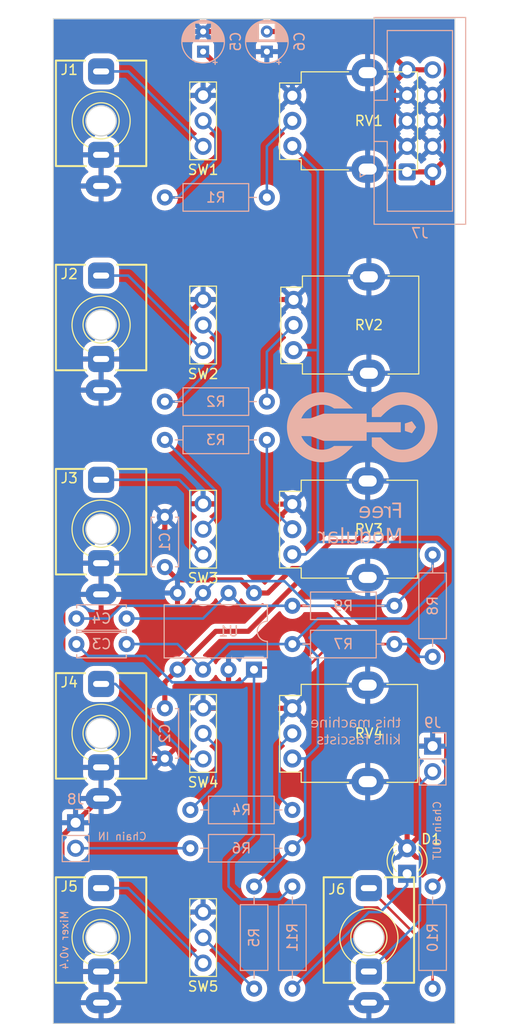
<source format=kicad_pcb>
(kicad_pcb (version 20221018) (generator pcbnew)
  (layers (0 "F.Cu" signal) (31 "B.Cu" signal) (34 "B.Paste" user) (35 "F.Paste" user) (36 "B.SilkS" user "B.Silkscreen") (37 "F.SilkS" user "F.Silkscreen") (38 "B.Mask" user) (39 "F.Mask" user) (44 "Edge.Cuts" user))
  (net 0 "")
  (net 1 "+12V")
  (net 2 "GND")
  (net 3 "-12V")
  (net 4 "Net-(U1A-+)")
  (net 5 "Net-(C3-Pad2)")
  (net 6 "Net-(U1B--)")
  (net 7 "Net-(C4-Pad2)")
  (net 8 "Net-(D1-K)")
  (net 9 "Net-(SW1-A)")
  (net 10 "Net-(SW2-A)")
  (net 11 "Net-(SW3-A)")
  (net 12 "Net-(SW4-A)")
  (net 13 "Net-(SW5-A)")
  (net 14 "Net-(J9-Pin_2)")
  (net 15 "Net-(J6-Pad3)")
  (net 16 "Net-(J8-Pin_2)")
  (net 17 "Net-(SW1-B)")
  (net 18 "Net-(R1-Pad2)")
  (net 19 "Net-(SW2-B)")
  (net 20 "Net-(R2-Pad2)")
  (net 21 "Net-(SW3-B)")
  (net 22 "Net-(R3-Pad2)")
  (net 23 "Net-(SW4-B)")
  (net 24 "Net-(R4-Pad2)")
  (net 25 "Net-(SW5-B)")
  (footprint "FreeModualr:Alpha_Potentiometer_Grounded" (layer "F.Cu") (at 80.01 33.06)
    (fp_text reference "RV1" (at 7.62 2.5 180) (layer "F.SilkS"))
    (fp_text value "R_Potentiometer")
    (pad "1" thru_hole circle (at 0 0 90) (size 1.8 1.8) (drill 1) (layers "*.Cu" "*.Mask") (net 2 "GND"))
    (pad "2" thru_hole circle (at 0 2.5 90) (size 1.8 1.8) (drill 1) (layers "*.Cu" "*.Mask") (net 18 "Net-(R1-Pad2)"))
    (pad "3" thru_hole circle (at 0 5 90) (size 1.8 1.8) (drill 1) (layers "*.Cu" "*.Mask") (net 4 "Net-(U1A-+)"))
    (pad "MP" thru_hole oval (at 7.5 -2.3 90) (size 2.72 3.24) (drill oval 1.1 1.8) (layers "*.Cu" "*.Mask") (net 2 "GND"))
    (pad "MP" thru_hole oval (at 7.5 7.3 90) (size 2.72 3.24) (drill oval 1.1 1.8) (layers "*.Cu" "*.Mask") (net 2 "GND"))
  )
  (footprint "FreeModualr:THONKICONN" (layer "F.Cu") (at 60.96 96.52)
    (fp_text reference "J4" (at -3.175 -5.08) (layer "F.SilkS"))
    (fp_text value "THONKICONN")
    (fp_circle (center 0 0) (end -1.5 0) (stroke (width 0.12)) (fill none) (layer "Edge.Cuts"))
    (pad "1" thru_hole oval (at 0 6.48) (size 3.1 2.1) (drill oval 1.6 0.6) (layers "*.Cu" "*.Mask") (net 2 "GND"))
    (pad "2" thru_hole roundrect (at 0 3.38) (size 2.6 2.6) (drill oval 1.6 0.6) (layers "*.Cu" "*.Mask") (net 2 "GND"))
    (pad "3" thru_hole roundrect (at 0 -4.92) (size 2.6 2.6) (drill oval 1.6 0.6) (layers "*.Cu" "*.Mask") (net 12 "Net-(SW4-A)"))
  )
  (footprint "FreeModualr:THONKICONN" (layer "F.Cu") (at 60.96 35.56)
    (fp_text reference "J1" (at -3.175 -5.08) (layer "F.SilkS"))
    (fp_text value "THONKICONN")
    (fp_circle (center 0 0) (end -1.5 0) (stroke (width 0.12)) (fill none) (layer "Edge.Cuts"))
    (pad "1" thru_hole oval (at 0 6.48) (size 3.1 2.1) (drill oval 1.6 0.6) (layers "*.Cu" "*.Mask") (net 2 "GND"))
    (pad "2" thru_hole roundrect (at 0 3.38) (size 2.6 2.6) (drill oval 1.6 0.6) (layers "*.Cu" "*.Mask") (net 2 "GND"))
    (pad "3" thru_hole roundrect (at 0 -4.92) (size 2.6 2.6) (drill oval 1.6 0.6) (layers "*.Cu" "*.Mask") (net 9 "Net-(SW1-A)"))
  )
  (footprint "FreeModualr:Alpha_Potentiometer_Grounded" (layer "F.Cu") (at 80.01 73.7)
    (fp_text reference "RV3" (at 7.62 2.5 180) (layer "F.SilkS"))
    (fp_text value "R_Potentiometer")
    (pad "1" thru_hole circle (at 0 0 90) (size 1.8 1.8) (drill 1) (layers "*.Cu" "*.Mask") (net 2 "GND"))
    (pad "2" thru_hole circle (at 0 2.5 90) (size 1.8 1.8) (drill 1) (layers "*.Cu" "*.Mask") (net 22 "Net-(R3-Pad2)"))
    (pad "3" thru_hole circle (at 0 5 90) (size 1.8 1.8) (drill 1) (layers "*.Cu" "*.Mask") (net 4 "Net-(U1A-+)"))
    (pad "MP" thru_hole oval (at 7.5 -2.3 90) (size 2.72 3.24) (drill oval 1.1 1.8) (layers "*.Cu" "*.Mask") (net 2 "GND"))
    (pad "MP" thru_hole oval (at 7.5 7.3 90) (size 2.72 3.24) (drill oval 1.1 1.8) (layers "*.Cu" "*.Mask") (net 2 "GND"))
  )
  (footprint "FreeModualr:Alpha_Potentiometer_Grounded" (layer "F.Cu") (at 80.01 94.02)
    (fp_text reference "RV4" (at 7.62 2.5 180) (layer "F.SilkS"))
    (fp_text value "R_Potentiometer")
    (pad "1" thru_hole circle (at 0 0 90) (size 1.8 1.8) (drill 1) (layers "*.Cu" "*.Mask") (net 2 "GND"))
    (pad "2" thru_hole circle (at 0 2.5 90) (size 1.8 1.8) (drill 1) (layers "*.Cu" "*.Mask") (net 24 "Net-(R4-Pad2)"))
    (pad "3" thru_hole circle (at 0 5 90) (size 1.8 1.8) (drill 1) (layers "*.Cu" "*.Mask") (net 4 "Net-(U1A-+)"))
    (pad "MP" thru_hole oval (at 7.5 -2.3 90) (size 2.72 3.24) (drill oval 1.1 1.8) (layers "*.Cu" "*.Mask") (net 2 "GND"))
    (pad "MP" thru_hole oval (at 7.5 7.3 90) (size 2.72 3.24) (drill oval 1.1 1.8) (layers "*.Cu" "*.Mask") (net 2 "GND"))
  )
  (footprint "FreeModualr:TAIWAY 200CWMSP1T3B4M2" (layer "F.Cu") (at 71.12 38.1 180)
    (fp_text reference "SW1" (at 0 -2.33) (layer "F.SilkS"))
    (fp_text value "TAIWAY 200CWMSP1T3B4M2")
    (pad "1" thru_hole circle (at 0 0 180) (size 1.7 1.7) (drill 1) (layers "*.Cu" "*.Mask") (net 9 "Net-(SW1-A)"))
    (pad "2" thru_hole oval (at 0 2.54 180) (size 1.7 1.7) (drill 1) (layers "*.Cu" "*.Mask") (net 17 "Net-(SW1-B)"))
    (pad "3" thru_hole oval (at 0 5.08 180) (size 1.7 1.7) (drill 1) (layers "*.Cu" "*.Mask") (net 2 "GND"))
  )
  (footprint "FreeModualr:Alpha_Potentiometer_Grounded" (layer "F.Cu") (at 80.13 53.38)
    (fp_text reference "RV2" (at 7.5 2.5 180) (layer "F.SilkS"))
    (fp_text value "R_Potentiometer")
    (pad "1" thru_hole circle (at 0 0 90) (size 1.8 1.8) (drill 1) (layers "*.Cu" "*.Mask") (net 2 "GND"))
    (pad "2" thru_hole circle (at 0 2.5 90) (size 1.8 1.8) (drill 1) (layers "*.Cu" "*.Mask") (net 20 "Net-(R2-Pad2)"))
    (pad "3" thru_hole circle (at 0 5 90) (size 1.8 1.8) (drill 1) (layers "*.Cu" "*.Mask") (net 4 "Net-(U1A-+)"))
    (pad "MP" thru_hole oval (at 7.5 -2.3 90) (size 2.72 3.24) (drill oval 1.1 1.8) (layers "*.Cu" "*.Mask") (net 2 "GND"))
    (pad "MP" thru_hole oval (at 7.5 7.3 90) (size 2.72 3.24) (drill oval 1.1 1.8) (layers "*.Cu" "*.Mask") (net 2 "GND"))
  )
  (footprint "FreeModualr:THONKICONN" (layer "F.Cu") (at 60.96 55.88)
    (fp_text reference "J2" (at -3.175 -5.08) (layer "F.SilkS"))
    (fp_text value "THONKICONN")
    (fp_circle (center 0 0) (end -1.5 0) (stroke (width 0.12)) (fill none) (layer "Edge.Cuts"))
    (pad "1" thru_hole oval (at 0 6.48) (size 3.1 2.1) (drill oval 1.6 0.6) (layers "*.Cu" "*.Mask") (net 2 "GND"))
    (pad "2" thru_hole roundrect (at 0 3.38) (size 2.6 2.6) (drill oval 1.6 0.6) (layers "*.Cu" "*.Mask") (net 2 "GND"))
    (pad "3" thru_hole roundrect (at 0 -4.92) (size 2.6 2.6) (drill oval 1.6 0.6) (layers "*.Cu" "*.Mask") (net 10 "Net-(SW2-A)"))
  )
  (footprint "FreeModualr:TAIWAY 200CWMSP1T3B4M2" (layer "F.Cu") (at 71.12 99.06 180)
    (fp_text reference "SW4" (at 0 -2.33) (layer "F.SilkS"))
    (fp_text value "TAIWAY 200CWMSP1T3B4M2")
    (pad "1" thru_hole circle (at 0 0 180) (size 1.7 1.7) (drill 1) (layers "*.Cu" "*.Mask") (net 12 "Net-(SW4-A)"))
    (pad "2" thru_hole oval (at 0 2.54 180) (size 1.7 1.7) (drill 1) (layers "*.Cu" "*.Mask") (net 23 "Net-(SW4-B)"))
    (pad "3" thru_hole oval (at 0 5.08 180) (size 1.7 1.7) (drill 1) (layers "*.Cu" "*.Mask") (net 2 "GND"))
  )
  (footprint "LED_THT:LED_D3.0mm" (layer "F.Cu") (at 91.44 110.49 90)
    (fp_text reference "D1" (at 3.451274 2.386656 180) (layer "F.SilkS"))
    (fp_text value "LED")
    (pad "1" thru_hole rect (at 0 0 90) (size 1.8 1.8) (drill 0.9) (layers "*.Cu" "*.Mask") (net 8 "Net-(D1-K)"))
    (pad "2" thru_hole circle (at 2.54 0 90) (size 1.8 1.8) (drill 0.9) (layers "*.Cu" "*.Mask") (net 2 "GND"))
  )
  (footprint "FreeModualr:TAIWAY 200CWMSP1T3B4M2" (layer "F.Cu") (at 71.12 119.38 180)
    (fp_text reference "SW5" (at 0 -2.33) (layer "F.SilkS"))
    (fp_text value "TAIWAY 200CWMSP1T3B4M2")
    (pad "1" thru_hole circle (at 0 0 180) (size 1.7 1.7) (drill 1) (layers "*.Cu" "*.Mask") (net 13 "Net-(SW5-A)"))
    (pad "2" thru_hole oval (at 0 2.54 180) (size 1.7 1.7) (drill 1) (layers "*.Cu" "*.Mask") (net 25 "Net-(SW5-B)"))
    (pad "3" thru_hole oval (at 0 5.08 180) (size 1.7 1.7) (drill 1) (layers "*.Cu" "*.Mask") (net 2 "GND"))
  )
  (footprint "FreeModualr:THONKICONN" (layer "F.Cu") (at 87.63 116.84)
    (fp_text reference "J6" (at -3.185451 -4.801459) (layer "F.SilkS"))
    (fp_text value "THONKICONN")
    (fp_circle (center 0 0) (end -1.5 0) (stroke (width 0.12)) (fill none) (layer "Edge.Cuts"))
    (pad "1" thru_hole oval (at 0 6.48) (size 3.1 2.1) (drill oval 1.6 0.6) (layers "*.Cu" "*.Mask") (net 2 "GND"))
    (pad "2" thru_hole roundrect (at 0 3.38) (size 2.6 2.6) (drill oval 1.6 0.6) (layers "*.Cu" "*.Mask") (net 14 "Net-(J9-Pin_2)"))
    (pad "3" thru_hole roundrect (at 0 -4.92) (size 2.6 2.6) (drill oval 1.6 0.6) (layers "*.Cu" "*.Mask") (net 15 "Net-(J6-Pad3)"))
  )
  (footprint "FreeModualr:THONKICONN" (layer "F.Cu") (at 60.96 76.2)
    (fp_text reference "J3" (at -3.175 -5.08) (layer "F.SilkS"))
    (fp_text value "THONKICONN")
    (fp_circle (center 0 0) (end -1.5 0) (stroke (width 0.12)) (fill none) (layer "Edge.Cuts"))
    (pad "1" thru_hole oval (at 0 6.48) (size 3.1 2.1) (drill oval 1.6 0.6) (layers "*.Cu" "*.Mask") (net 2 "GND"))
    (pad "2" thru_hole roundrect (at 0 3.38) (size 2.6 2.6) (drill oval 1.6 0.6) (layers "*.Cu" "*.Mask") (net 2 "GND"))
    (pad "3" thru_hole roundrect (at 0 -4.92) (size 2.6 2.6) (drill oval 1.6 0.6) (layers "*.Cu" "*.Mask") (net 11 "Net-(SW3-A)"))
  )
  (footprint "FreeModualr:TAIWAY 200CWMSP1T3B4M2" (layer "F.Cu") (at 71.12 58.42 180)
    (fp_text reference "SW2" (at 0 -2.33) (layer "F.SilkS"))
    (fp_text value "TAIWAY 200CWMSP1T3B4M2")
    (pad "1" thru_hole circle (at 0 0 180) (size 1.7 1.7) (drill 1) (layers "*.Cu" "*.Mask") (net 10 "Net-(SW2-A)"))
    (pad "2" thru_hole oval (at 0 2.54 180) (size 1.7 1.7) (drill 1) (layers "*.Cu" "*.Mask") (net 19 "Net-(SW2-B)"))
    (pad "3" thru_hole oval (at 0 5.08 180) (size 1.7 1.7) (drill 1) (layers "*.Cu" "*.Mask") (net 2 "GND"))
  )
  (footprint "FreeModualr:TAIWAY 200CWMSP1T3B4M2" (layer "F.Cu") (at 71.12 78.74 180)
    (fp_text reference "SW3" (at 0 -2.33) (layer "F.SilkS"))
    (fp_text value "TAIWAY 200CWMSP1T3B4M2")
    (pad "1" thru_hole circle (at 0 0 180) (size 1.7 1.7) (drill 1) (layers "*.Cu" "*.Mask") (net 11 "Net-(SW3-A)"))
    (pad "2" thru_hole oval (at 0 2.54 180) (size 1.7 1.7) (drill 1) (layers "*.Cu" "*.Mask") (net 21 "Net-(SW3-B)"))
    (pad "3" thru_hole oval (at 0 5.08 180) (size 1.7 1.7) (drill 1) (layers "*.Cu" "*.Mask") (net 2 "GND"))
  )
  (footprint "FreeModualr:THONKICONN" (layer "F.Cu") (at 60.96 116.84)
    (fp_text reference "J5" (at -3.175 -5.08) (layer "F.SilkS"))
    (fp_text value "THONKICONN")
    (fp_circle (center 0 0) (end -1.5 0) (stroke (width 0.12)) (fill none) (layer "Edge.Cuts"))
    (pad "1" thru_hole oval (at 0 6.48) (size 3.1 2.1) (drill oval 1.6 0.6) (layers "*.Cu" "*.Mask") (net 2 "GND"))
    (pad "2" thru_hole roundrect (at 0 3.38) (size 2.6 2.6) (drill oval 1.6 0.6) (layers "*.Cu" "*.Mask") (net 2 "GND"))
    (pad "3" thru_hole roundrect (at 0 -4.92) (size 2.6 2.6) (drill oval 1.6 0.6) (layers "*.Cu" "*.Mask") (net 13 "Net-(SW5-A)"))
  )
  (footprint "Resistor_THT:R_Axial_DIN0207_L6.3mm_D2.5mm_P10.16mm_Horizontal" (layer "B.Cu") (at 93.98 111.76 -90)
    (fp_text reference "R10" (at 5.08 0 90) (layer "B.SilkS") (effects (justify mirror)))
    (fp_text value "1kΩ")
    (pad "1" thru_hole circle (at 0 0 270) (size 1.6 1.6) (drill 0.8) (layers "*.Cu" "*.Mask") (net 7 "Net-(C4-Pad2)"))
    (pad "2" thru_hole oval (at 10.16 0 270) (size 1.6 1.6) (drill 0.8) (layers "*.Cu" "*.Mask") (net 15 "Net-(J6-Pad3)"))
  )
  (footprint "Capacitor_THT:C_Disc_D4.7mm_W2.5mm_P5.00mm" (layer "B.Cu") (at 63.5 87.63 180)
    (fp_text reference "C3" (at 2.5 0) (layer "B.SilkS") (effects (justify mirror)))
    (fp_text value "100pF")
    (pad "1" thru_hole circle (at 0 0 180) (size 1.6 1.6) (drill 0.8) (layers "*.Cu" "*.Mask") (net 4 "Net-(U1A-+)"))
    (pad "2" thru_hole circle (at 5 0 180) (size 1.6 1.6) (drill 0.8) (layers "*.Cu" "*.Mask") (net 5 "Net-(C3-Pad2)"))
  )
  (footprint "Connector_PinHeader_2.54mm:PinHeader_1x02_P2.54mm_Vertical" (layer "B.Cu") (at 93.98 97.79 180)
    (fp_text reference "J9" (at 0 2.33) (layer "B.SilkS") (effects (justify mirror)))
    (fp_text value "Conn_01x02_Socket")
    (pad "1" thru_hole rect (at 0 0 180) (size 1.7 1.7) (drill 1) (layers "*.Cu" "*.Mask") (net 2 "GND"))
    (pad "2" thru_hole oval (at 0 -2.54 180) (size 1.7 1.7) (drill 1) (layers "*.Cu" "*.Mask") (net 14 "Net-(J9-Pin_2)"))
  )
  (footprint "Resistor_THT:R_Axial_DIN0207_L6.3mm_D2.5mm_P10.16mm_Horizontal" (layer "B.Cu") (at 67.31 67.31)
    (fp_text reference "R3" (at 5.08 0) (layer "B.SilkS") (effects (justify mirror)))
    (fp_text value "100kΩ")
    (pad "1" thru_hole circle (at 0 0) (size 1.6 1.6) (drill 0.8) (layers "*.Cu" "*.Mask") (net 21 "Net-(SW3-B)"))
    (pad "2" thru_hole oval (at 10.16 0) (size 1.6 1.6) (drill 0.8) (layers "*.Cu" "*.Mask") (net 22 "Net-(R3-Pad2)"))
  )
  (footprint "Capacitor_THT:C_Disc_D4.7mm_W2.5mm_P5.00mm" (layer "B.Cu") (at 67.31 94.02 -90)
    (fp_text reference "C2" (at 2.5 0 90) (layer "B.SilkS") (effects (justify mirror)))
    (fp_text value "100nF")
    (pad "1" thru_hole circle (at 0 0 270) (size 1.6 1.6) (drill 0.8) (layers "*.Cu" "*.Mask") (net 3 "-12V"))
    (pad "2" thru_hole circle (at 5 0 270) (size 1.6 1.6) (drill 0.8) (layers "*.Cu" "*.Mask") (net 2 "GND"))
  )
  (footprint "Resistor_THT:R_Axial_DIN0207_L6.3mm_D2.5mm_P10.16mm_Horizontal" (layer "B.Cu") (at 69.85 104.14)
    (fp_text reference "R4" (at 5.08 0) (layer "B.SilkS") (effects (justify mirror)))
    (fp_text value "100kΩ")
    (pad "1" thru_hole circle (at 0 0) (size 1.6 1.6) (drill 0.8) (layers "*.Cu" "*.Mask") (net 23 "Net-(SW4-B)"))
    (pad "2" thru_hole oval (at 10.16 0) (size 1.6 1.6) (drill 0.8) (layers "*.Cu" "*.Mask") (net 24 "Net-(R4-Pad2)"))
  )
  (footprint "Resistor_THT:R_Axial_DIN0207_L6.3mm_D2.5mm_P10.16mm_Horizontal" (layer "B.Cu") (at 76.2 121.92 90)
    (fp_text reference "R5" (at 5.08 0 90) (layer "B.SilkS") (effects (justify mirror)))
    (fp_text value "100kΩ")
    (pad "1" thru_hole circle (at 0 0 90) (size 1.6 1.6) (drill 0.8) (layers "*.Cu" "*.Mask") (net 25 "Net-(SW5-B)"))
    (pad "2" thru_hole oval (at 10.16 0 90) (size 1.6 1.6) (drill 0.8) (layers "*.Cu" "*.Mask") (net 4 "Net-(U1A-+)"))
  )
  (footprint "Resistor_THT:R_Axial_DIN0207_L6.3mm_D2.5mm_P10.16mm_Horizontal" (layer "B.Cu") (at 93.98 88.9 90)
    (fp_text reference "R8" (at 5.08 0 90) (layer "B.SilkS") (effects (justify mirror)))
    (fp_text value "100kΩ")
    (pad "1" thru_hole circle (at 0 0 90) (size 1.6 1.6) (drill 0.8) (layers "*.Cu" "*.Mask") (net 5 "Net-(C3-Pad2)"))
    (pad "2" thru_hole oval (at 10.16 0 90) (size 1.6 1.6) (drill 0.8) (layers "*.Cu" "*.Mask") (net 6 "Net-(U1B--)"))
  )
  (footprint "Resistor_THT:R_Axial_DIN0207_L6.3mm_D2.5mm_P10.16mm_Horizontal" (layer "B.Cu") (at 90.17 83.82 180)
    (fp_text reference "R9" (at 5.08 0) (layer "B.SilkS") (effects (justify mirror)))
    (fp_text value "100kΩ")
    (pad "1" thru_hole circle (at 0 0 180) (size 1.6 1.6) (drill 0.8) (layers "*.Cu" "*.Mask") (net 6 "Net-(U1B--)"))
    (pad "2" thru_hole oval (at 10.16 0 180) (size 1.6 1.6) (drill 0.8) (layers "*.Cu" "*.Mask") (net 7 "Net-(C4-Pad2)"))
  )
  (footprint "Resistor_THT:R_Axial_DIN0207_L6.3mm_D2.5mm_P10.16mm_Horizontal" (layer "B.Cu") (at 67.31 63.5)
    (fp_text reference "R2" (at 5.08 0) (layer "B.SilkS") (effects (justify mirror)))
    (fp_text value "100kΩ")
    (pad "1" thru_hole circle (at 0 0) (size 1.6 1.6) (drill 0.8) (layers "*.Cu" "*.Mask") (net 19 "Net-(SW2-B)"))
    (pad "2" thru_hole oval (at 10.16 0) (size 1.6 1.6) (drill 0.8) (layers "*.Cu" "*.Mask") (net 20 "Net-(R2-Pad2)"))
  )
  (footprint "Package_DIP:DIP-8_W7.62mm" (layer "B.Cu") (at 76.19 90.17 90)
    (fp_text reference "U1" (at 3.81 -2.53 180) (layer "B.SilkS") (effects (justify mirror)))
    (fp_text value "Opamp_Dual")
    (pad "1" thru_hole rect (at 0 0 90) (size 1.6 1.6) (drill 0.8) (layers "*.Cu" "*.Mask") (net 5 "Net-(C3-Pad2)"))
    (pad "2" thru_hole oval (at 0 -2.54 90) (size 1.6 1.6) (drill 0.8) (layers "*.Cu" "*.Mask") (net 2 "GND"))
    (pad "3" thru_hole oval (at 0 -5.08 90) (size 1.6 1.6) (drill 0.8) (layers "*.Cu" "*.Mask") (net 4 "Net-(U1A-+)"))
    (pad "4" thru_hole oval (at 0 -7.62 90) (size 1.6 1.6) (drill 0.8) (layers "*.Cu" "*.Mask") (net 3 "-12V"))
    (pad "5" thru_hole oval (at 7.62 -7.62 90) (size 1.6 1.6) (drill 0.8) (layers "*.Cu" "*.Mask") (net 2 "GND"))
    (pad "6" thru_hole oval (at 7.62 -5.08 90) (size 1.6 1.6) (drill 0.8) (layers "*.Cu" "*.Mask") (net 6 "Net-(U1B--)"))
    (pad "7" thru_hole oval (at 7.62 -2.54 90) (size 1.6 1.6) (drill 0.8) (layers "*.Cu" "*.Mask") (net 7 "Net-(C4-Pad2)"))
    (pad "8" thru_hole oval (at 7.62 0 90) (size 1.6 1.6) (drill 0.8) (layers "*.Cu" "*.Mask") (net 1 "+12V"))
  )
  (footprint "Resistor_THT:R_Axial_DIN0207_L6.3mm_D2.5mm_P10.16mm_Horizontal" (layer "B.Cu") (at 67.31 43.18)
    (fp_text reference "R1" (at 5.08 0) (layer "B.SilkS") (effects (justify mirror)))
    (fp_text value "100kΩ")
    (pad "1" thru_hole circle (at 0 0) (size 1.6 1.6) (drill 0.8) (layers "*.Cu" "*.Mask") (net 17 "Net-(SW1-B)"))
    (pad "2" thru_hole oval (at 10.16 0) (size 1.6 1.6) (drill 0.8) (layers "*.Cu" "*.Mask") (net 18 "Net-(R1-Pad2)"))
  )
  (footprint "Resistor_THT:R_Axial_DIN0207_L6.3mm_D2.5mm_P10.16mm_Horizontal" (layer "B.Cu") (at 80.01 87.63)
    (fp_text reference "R7" (at 5.08 0) (layer "B.SilkS") (effects (justify mirror)))
    (fp_text value "100kΩ")
    (pad "1" thru_hole circle (at 0 0) (size 1.6 1.6) (drill 0.8) (layers "*.Cu" "*.Mask") (net 4 "Net-(U1A-+)"))
    (pad "2" thru_hole oval (at 10.16 0) (size 1.6 1.6) (drill 0.8) (layers "*.Cu" "*.Mask") (net 5 "Net-(C3-Pad2)"))
  )
  (footprint "Capacitor_THT:CP_Radial_D4.0mm_P2.00mm" (layer "B.Cu") (at 77.47 28.67 90)
    (fp_text reference "C6" (at 1 3.25 90) (layer "B.SilkS") (effects (justify mirror)))
    (fp_text value "10uF")
    (pad "1" thru_hole rect (at 0 0 90) (size 1.2 1.2) (drill 0.6) (layers "*.Cu" "*.Mask") (net 2 "GND"))
    (pad "2" thru_hole circle (at 2 0 90) (size 1.2 1.2) (drill 0.6) (layers "*.Cu" "*.Mask") (net 3 "-12V"))
  )
  (footprint "Capacitor_THT:CP_Radial_D4.0mm_P2.00mm" (layer "B.Cu") (at 71.12 28.67 90)
    (fp_text reference "C5" (at 1 3.25 90) (layer "B.SilkS") (effects (justify mirror)))
    (fp_text value "10uF")
    (pad "1" thru_hole rect (at 0 0 90) (size 1.2 1.2) (drill 0.6) (layers "*.Cu" "*.Mask") (net 1 "+12V"))
    (pad "2" thru_hole circle (at 2 0 90) (size 1.2 1.2) (drill 0.6) (layers "*.Cu" "*.Mask") (net 2 "GND"))
  )
  (footprint "Connector_IDC:IDC-Header_2x05_P2.54mm_Vertical" (layer "B.Cu") (at 91.44 40.64)
    (fp_text reference "J7" (at 1.27 6.1) (layer "B.SilkS") (effects (justify mirror)))
    (fp_text value "Eurorack_2x5_Power")
    (pad "1" thru_hole roundrect (at 0 0) (size 1.7 1.7) (drill 1) (layers "*.Cu" "*.Mask") (roundrect_rratio 0.147059) (net 3 "-12V"))
    (pad "2" thru_hole circle (at 2.54 0) (size 1.7 1.7) (drill 1) (layers "*.Cu" "*.Mask") (net 3 "-12V"))
    (pad "3" thru_hole circle (at 0 -2.54) (size 1.7 1.7) (drill 1) (layers "*.Cu" "*.Mask") (net 2 "GND"))
    (pad "4" thru_hole circle (at 2.54 -2.54) (size 1.7 1.7) (drill 1) (layers "*.Cu" "*.Mask") (net 2 "GND"))
    (pad "5" thru_hole circle (at 0 -5.08) (size 1.7 1.7) (drill 1) (layers "*.Cu" "*.Mask") (net 2 "GND"))
    (pad "6" thru_hole circle (at 2.54 -5.08) (size 1.7 1.7) (drill 1) (layers "*.Cu" "*.Mask") (net 2 "GND"))
    (pad "7" thru_hole circle (at 0 -7.62) (size 1.7 1.7) (drill 1) (layers "*.Cu" "*.Mask") (net 2 "GND"))
    (pad "8" thru_hole circle (at 2.54 -7.62) (size 1.7 1.7) (drill 1) (layers "*.Cu" "*.Mask") (net 2 "GND"))
    (pad "9" thru_hole circle (at 0 -10.16) (size 1.7 1.7) (drill 1) (layers "*.Cu" "*.Mask") (net 1 "+12V"))
    (pad "10" thru_hole circle (at 2.54 -10.16) (size 1.7 1.7) (drill 1) (layers "*.Cu" "*.Mask") (net 1 "+12V"))
  )
  (footprint "Connector_PinHeader_2.54mm:PinHeader_1x02_P2.54mm_Vertical" (layer "B.Cu") (at 58.42 105.41 180)
    (fp_text reference "J8" (at 0 2.33) (layer "B.SilkS") (effects (justify mirror)))
    (fp_text value "Conn_01x02_Socket")
    (pad "1" thru_hole rect (at 0 0 180) (size 1.7 1.7) (drill 1) (layers "*.Cu" "*.Mask") (net 2 "GND"))
    (pad "2" thru_hole oval (at 0 -2.54 180) (size 1.7 1.7) (drill 1) (layers "*.Cu" "*.Mask") (net 16 "Net-(J8-Pin_2)"))
  )
  (footprint "Resistor_THT:R_Axial_DIN0207_L6.3mm_D2.5mm_P10.16mm_Horizontal" (layer "B.Cu") (at 69.85 107.95)
    (fp_text reference "R6" (at 5.08 0) (layer "B.SilkS") (effects (justify mirror)))
    (fp_text value "100kΩ")
    (pad "1" thru_hole circle (at 0 0) (size 1.6 1.6) (drill 0.8) (layers "*.Cu" "*.Mask") (net 16 "Net-(J8-Pin_2)"))
    (pad "2" thru_hole oval (at 10.16 0) (size 1.6 1.6) (drill 0.8) (layers "*.Cu" "*.Mask") (net 4 "Net-(U1A-+)"))
  )
  (footprint "Capacitor_THT:C_Disc_D4.7mm_W2.5mm_P5.00mm" (layer "B.Cu") (at 58.5 85.09)
    (fp_text reference "C4" (at 2.5 0) (layer "B.SilkS") (effects (justify mirror)))
    (fp_text value "100pF")
    (pad "1" thru_hole circle (at 0 0) (size 1.6 1.6) (drill 0.8) (layers "*.Cu" "*.Mask") (net 6 "Net-(U1B--)"))
    (pad "2" thru_hole circle (at 5 0) (size 1.6 1.6) (drill 0.8) (layers "*.Cu" "*.Mask") (net 7 "Net-(C4-Pad2)"))
  )
  (footprint "FreeModualr:logo" (layer "B.Cu") (at 87.026144 66.055091 180)
    (fp_text reference "G***" hide)
    (fp_text value "LOGO" hide)
  )
  (footprint "Resistor_THT:R_Axial_DIN0207_L6.3mm_D2.5mm_P10.16mm_Horizontal" (layer "B.Cu") (at 80.01 121.92 90)
    (fp_text reference "R11" (at 5.08 0 90) (layer "B.SilkS") (effects (justify mirror)))
    (fp_text value "470Ω")
    (pad "1" thru_hole circle (at 0 0 90) (size 1.6 1.6) (drill 0.8) (layers "*.Cu" "*.Mask") (net 8 "Net-(D1-K)"))
    (pad "2" thru_hole oval (at 10.16 0 90) (size 1.6 1.6) (drill 0.8) (layers "*.Cu" "*.Mask") (net 5 "Net-(C3-Pad2)"))
  )
  (footprint "Capacitor_THT:C_Disc_D4.7mm_W2.5mm_P5.00mm" (layer "B.Cu") (at 67.31 79.97 90)
    (fp_text reference "C1" (at 2.5 0 90) (layer "B.SilkS") (effects (justify mirror)))
    (fp_text value "100nF")
    (pad "1" thru_hole circle (at 0 0 90) (size 1.6 1.6) (drill 0.8) (layers "*.Cu" "*.Mask") (net 1 "+12V"))
    (pad "2" thru_hole circle (at 5 0 90) (size 1.6 1.6) (drill 0.8) (layers "*.Cu" "*.Mask") (net 2 "GND"))
  )
  (gr_line (start 96.2 125.4) (end 96.2 25.4) (stroke (width 0.1)) (layer "Edge.Cuts"))
  (gr_line (start 96.2 25.4) (end 76.2 25.4) (stroke (width 0.1)) (layer "Edge.Cuts"))
  (gr_line (start 76.2 25.4) (end 56.2 25.4) (stroke (width 0.1)) (layer "Edge.Cuts"))
  (gr_line (start 56.2 125.4) (end 96.2 125.4) (stroke (width 0.1)) (layer "Edge.Cuts"))
  (gr_line (start 56.2 25.4) (end 56.2 125.4) (stroke (width 0.1)) (layer "Edge.Cuts"))
  (gr_text "Mixer v0.4" (at 57.753559 114.094876 90) (layer "B.SilkS") (effects (font (size 0.75 0.75) (thickness 0.1125)) (justify left bottom mirror)))
  (gr_text "this machine\nkills fascists" (at 90.821834 97.781193) (layer "B.SilkS") (effects (font (size 1 1)) (justify left bottom mirror)))
  (gr_text "Free\nModular" (at 91.035774 77.851606) (layer "B.SilkS") (effects (font (size 1.5 1.5)) (justify left bottom mirror)))
  (gr_text "Chain OUT" (at 94.871419 103.185235 90) (layer "B.SilkS") (effects (font (size 0.75 0.75) (thickness 0.1125)) (justify left bottom mirror)))
  (gr_text "Chain IN" (at 65.564879 107.209417) (layer "B.SilkS") (effects (font (size 0.75 0.75) (thickness 0.1125)) (justify left bottom mirror)))
  (segment (start 89.63 28.67) (end 84.36 28.67) (width 0.508) (layer "F.Cu") (net 1))
  (segment (start 92.71 45.72) (end 92.71 71.12) (width 0.508) (layer "F.Cu") (net 1))
  (segment (start 83.82 77.47) (end 81.182 80.108) (width 0.508) (layer "F.Cu") (net 1))
  (segment (start 81.182 80.108) (end 80.01 80.108) (width 0.508) (layer "F.Cu") (net 1))
  (segment (start 91.44 30.48) (end 90.082 31.838) (width 0.508) (layer "F.Cu") (net 1))
  (segment (start 89.63 28.67) (end 91.44 30.48) (width 0.508) (layer "F.Cu") (net 1))
  (segment (start 84.36 28.67) (end 82.55 30.48) (width 0.508) (layer "F.Cu") (net 1))
  (segment (start 74.93 81.29) (end 74.93 81.28) (width 0.508) (layer "F.Cu") (net 1))
  (segment (start 72.93 30.48) (end 71.12 28.67) (width 0.508) (layer "F.Cu") (net 1))
  (segment (start 86.36 77.47) (end 83.82 77.47) (width 0.508) (layer "F.Cu") (net 1))
  (segment (start 92.71 71.12) (end 86.36 77.47) (width 0.508) (layer "F.Cu") (net 1))
  (segment (start 74.93 81.28) (end 74.892 81.242) (width 0.508) (layer "F.Cu") (net 1))
  (segment (start 91.44 30.48) (end 93.98 30.48) (width 0.508) (layer "F.Cu") (net 1))
  (segment (start 90.082 31.838) (end 90.082 43.092) (width 0.508) (layer "F.Cu") (net 1))
  (segment (start 76.19 82.55) (end 74.93 81.29) (width 0.508) (layer "F.Cu") (net 1))
  (segment (start 68.582 81.242) (end 67.31 79.97) (width 0.508) (layer "F.Cu") (net 1))
  (segment (start 74.892 81.242) (end 68.582 81.242) (width 0.508) (layer "F.Cu") (net 1))
  (segment (start 80.01 80.108) (end 77.568 82.55) (width 0.508) (layer "F.Cu") (net 1))
  (segment (start 82.55 30.48) (end 72.93 30.48) (width 0.508) (layer "F.Cu") (net 1))
  (segment (start 77.568 82.55) (end 76.19 82.55) (width 0.508) (layer "F.Cu") (net 1))
  (segment (start 90.082 43.092) (end 92.71 45.72) (width 0.508) (layer "F.Cu") (net 1))
  (segment (start 68.54 97.79) (end 67.31 99.02) (width 0.508) (layer "F.Cu") (net 2))
  (segment (start 60.96 99.9) (end 60.96 103) (width 0.508) (layer "F.Cu") (net 2))
  (segment (start 57.062 106.768) (end 57.062 119.292) (width 0.508) (layer "F.Cu") (net 2))
  (segment (start 87.63 123.32) (end 85.22 123.32) (width 0.508) (layer "F.Cu") (net 2))
  (segment (start 71.12 73.66) (end 68.62 73.66) (width 0.508) (layer "F.Cu") (net 2))
  (segment (start 57.15 58.42) (end 57.15 43.18) (width 0.508) (layer "F.Cu") (net 2))
  (segment (start 60.96 120.22) (end 60.96 123.32) (width 0.508) (layer "F.Cu") (net 2))
  (segment (start 93.98 97.79) (end 91.44 97.79) (width 0.508) (layer "F.Cu") (net 2))
  (segment (start 60.96 82.68) (end 58.29 82.68) (width 0.508) (layer "F.Cu") (net 2))
  (segment (start 63.93 79.58) (end 60.96 79.58) (width 0.508) (layer "F.Cu") (net 2))
  (segment (start 68.62 73.66) (end 67.31 74.97) (width 0.508) (layer "F.Cu") (net 2))
  (segment (start 72.39 26.67) (end 74.39 28.67) (width 0.508) (layer "F.Cu") (net 2))
  (segment (start 91.44 97.79) (end 83.78 97.79) (width 0.508) (layer "F.Cu") (net 2))
  (segment (start 58.29 62.36) (end 57.15 63.5) (width 0.508) (layer "F.Cu") (net 2))
  (segment (start 57.15 78.74) (end 57.99 79.58) (width 0.508) (layer "F.Cu") (net 2))
  (segment (start 91.44 107.95) (end 91.44 97.79) (width 0.508) (layer "F.Cu") (net 2))
  (segment (start 77.465 93.985) (end 77.5 94.02) (width 0.508) (layer "F.Cu") (net 2))
  (segment (start 57.062 119.292) (end 57.99 120.22) (width 0.508) (layer "F.Cu") (net 2))
  (segment (start 60.83 103) (end 58.42 105.41) (width 0.508) (layer "F.Cu") (net 2))
  (segment (start 67.31 76.2) (end 63.93 79.58) (width 0.508) (layer "F.Cu") (net 2))
  (segment (start 69.85 33.02) (end 63.93 38.94) (width 0.508) (layer "F.Cu") (net 2))
  (segment (start 91.44 35.56) (end 93.98 38.1) (width 0.508) (layer "F.Cu") (net 2))
  (segment (start 57.15 43.18) (end 58.29 42.04) (width 0.508) (layer "F.Cu") (net 2))
  (segment (start 57.15 99.06) (end 57.99 99.9) (width 0.508) (layer "F.Cu") (net 2))
  (segment (start 71.12 93.98) (end 69.85 93.98) (width 0.508) (layer "F.Cu") (net 2))
  (segment (start 71.12 33.02) (end 69.85 33.02) (width 0.508) (layer "F.Cu") (net 2))
  (segment (start 60.96 120.22) (end 63.5 120.22) (width 0.508) (layer "F.Cu") (net 2))
  (segment (start 68.58 97.79) (end 68.54 97.79) (width 0.508) (layer "F.Cu") (net 2))
  (segment (start 93.98 35.56) (end 91.44 38.1) (width 0.508) (layer "F.Cu") (net 2))
  (segment (start 63.93 38.94) (end 60.96 38.94) (width 0.508) (layer "F.Cu") (net 2))
  (segment (start 63.89 99.9) (end 64.77 99.02) (width 0.508) (layer "F.Cu") (net 2))
  (segment (start 57.99 120.22) (end 60.96 120.22) (width 0.508) (layer "F.Cu") (net 2))
  (segment (start 83.78 97.79) (end 80.01 94.02) (width 0.508) (layer "F.Cu") (net 2))
  (segment (start 58.29 42.04) (end 60.96 42.04) (width 0.508) (layer "F.Cu") (net 2))
  (segment (start 71.12 26.67) (end 72.39 26.67) (width 0.508) (layer "F.Cu") (net 2))
  (segment (start 76.2 114.3) (end 71.12 114.3) (width 0.508) (layer "F.Cu") (net 2))
  (segment (start 80.01 73.7) (end 71.16 73.7) (width 0.508) (layer "F.Cu") (net 2))
  (segment (start 73.66 94.02) (end 71.16 94.02) (width 0.508) (layer "F.Cu") (net 2))
  (segment (start 58.29 82.68) (end 57.15 83.82) (width 0.508) (layer "F.Cu") (net 2))
  (segment (start 69.85 114.3) (end 63.93 120.22) (width 0.508) (layer "F.Cu") (net 2))
  (segment (start 60.96 59.26) (end 60.96 62.36) (width 0.508) (layer "F.Cu") (net 2))
  (segment (start 93.98 33.02) (end 91.44 35.56) (width 0.508) (layer "F.Cu") (net 2))
  (segment (start 77.5 94.02) (end 80.01 94.02) (width 0.508) (layer "F.Cu") (net 2))
  (segment (start 68.58 95.25) (end 68.58 97.79) (width 0.508) (layer "F.Cu") (net 2))
  (segment (start 71.12 53.34) (end 65.2 59.26) (width 0.508) (layer "F.Cu") (net 2))
  (segment (start 71.16 73.7) (end 71.12 73.66) (width 0.508) (layer "F.Cu") (net 2))
  (segment (start 57.99 59.26) (end 57.15 58.42) (width 0.508) (layer "F.Cu") (net 2))
  (segment (start 71.12 114.3) (end 69.85 114.3) (width 0.508) (layer "F.Cu") (net 2))
  (segment (start 65.2 59.26) (end 60.96 59.26) (width 0.508) (layer "F.Cu") (net 2))
  (segment (start 63.93 120.22) (end 63.5 120.22) (width 0.508) (layer "F.Cu") (net 2))
  (segment (start 57.15 83.82) (end 57.15 99.06) (width 0.508) (layer "F.Cu") (net 2))
  (segment (start 60.96 99.9) (end 63.89 99.9) (width 0.508) (layer "F.Cu") (net 2))
  (segment (start 71.12 53.34) (end 80.09 53.34) (width 0.508) (layer "F.Cu") (net 2))
  (segment (start 74.39 28.67) (end 77.47 28.67) (width 0.508) (layer "F.Cu") (net 2))
  (segment (start 80.09 53.34) (end 80.13 53.38) (width 0.508) (layer "F.Cu") (net 2))
  (segment (start 57.99 79.58) (end 60.96 79.58) (width 0.508) (layer "F.Cu") (net 2))
  (segment (start 58.42 105.41) (end 57.062 106.768) (width 0.508) (layer "F.Cu") (net 2))
  (segment (start 60.96 62.36) (end 58.29 62.36) (width 0.508) (layer "F.Cu") (net 2))
  (segment (start 73.65 90.17) (end 73.65 94.01) (width 0.508) (layer "F.Cu") (net 2))
  (segment (start 57.99 99.9) (end 60.96 99.9) (width 0.508) (layer "F.Cu") (net 2))
  (segment (start 64.77 99.02) (end 67.31 99.02) (width 0.508) (layer "F.Cu") (net 2))
  (segment (start 60.96 59.26) (end 57.99 59.26) (width 0.508) (layer "F.Cu") (net 2))
  (segment (start 67.31 74.97) (end 67.31 76.2) (width 0.508) (layer "F.Cu") (net 2))
  (segment (start 71.16 94.02) (end 71.12 93.98) (width 0.508) (layer "F.Cu") (net 2))
  (segment (start 60.96 79.58) (end 61.878 78.662) (width 0.508) (layer "F.Cu") (net 2))
  (segment (start 69.85 93.98) (end 68.58 95.25) (width 0.508) (layer "F.Cu") (net 2))
  (segment (start 60.96 42.04) (end 60.96 38.94) (width 0.508) (layer "F.Cu") (net 2))
  (segment (start 73.65 94.01) (end 73.66 94.02) (width 0.508) (layer "F.Cu") (net 2))
  (segment (start 85.22 123.32) (end 76.2 114.3) (width 0.508) (layer "F.Cu") (net 2))
  (segment (start 80.01 94.02) (end 73.66 94.02) (width 0.508) (layer "F.Cu") (net 2))
  (segment (start 57.15 63.5) (end 57.15 78.74) (width 0.508) (layer "F.Cu") (net 2))
  (segment (start 91.44 33.02) (end 93.98 35.56) (width 0.508) (layer "F.Cu") (net 2))
  (segment (start 60.96 79.58) (end 60.96 82.68) (width 0.508) (layer "F.Cu") (net 2))
  (segment (start 60.96 103) (end 60.83 103) (width 0.508) (layer "F.Cu") (net 2))
  (segment (start 82.55 33.02) (end 81.28 31.75) (width 0.508) (layer "B.Cu") (net 2))
  (segment (start 71.12 33.02) (end 72.39 31.75) (width 0.508) (layer "B.Cu") (net 2))
  (segment (start 71.12 30.48) (end 69.85 30.48) (width 0.508) (layer "B.Cu") (net 2))
  (segment (start 80.01 33.06) (end 80.01 31.75) (width 0.508) (layer "B.Cu") (net 2))
  (segment (start 68.58 29.21) (end 68.58 27.94) (width 0.508) (layer "B.Cu") (net 2))
  (segment (start 91.44 33.02) (end 82.55 33.02) (width 0.508) (layer "B.Cu") (net 2))
  (segment (start 69.85 30.48) (end 68.58 29.21) (width 0.508) (layer "B.Cu") (net 2))
  (segment (start 81.28 31.75) (end 80.01 31.75) (width 0.508) (layer "B.Cu") (net 2))
  (segment (start 80.01 31.75) (end 72.39 31.75) (width 0.508) (layer "B.Cu") (net 2))
  (segment (start 69.85 26.67) (end 71.12 26.67) (width 0.508) (layer "B.Cu") (net 2))
  (segment (start 72.39 31.75) (end 71.12 30.48) (width 0.508) (layer "B.Cu") (net 2))
  (segment (start 68.58 27.94) (end 69.85 26.67) (width 0.508) (layer "B.Cu") (net 2))
  (segment (start 75.620208 86.36) (end 72.38 86.36) (width 0.508) (layer "F.Cu") (net 3))
  (segment (start 82.55 81.28) (end 80.700208 81.28) (width 0.508) (layer "F.Cu") (net 3))
  (segment (start 85.09 78.74) (end 82.55 81.28) (width 0.508) (layer "F.Cu") (net 3))
  (segment (start 92.71 26.67) (end 95.338 29.298) (width 0.508) (layer "F.Cu") (net 3))
  (segment (start 93.98 72.39) (end 87.63 78.74) (width 0.508) (layer "F.Cu") (net 3))
  (segment (start 72.38 86.36) (end 68.57 90.17) (width 0.508) (layer "F.Cu") (net 3))
  (segment (start 91.44 40.64) (end 93.98 40.64) (width 0.508) (layer "F.Cu") (net 3))
  (segment (start 67.31 91.43) (end 68.57 90.17) (width 0.508) (layer "F.Cu") (net 3))
  (segment (start 87.63 78.74) (end 85.09 78.74) (width 0.508) (layer "F.Cu") (net 3))
  (segment (start 95.338 29.298) (end 95.338 39.282) (width 0.508) (layer "F.Cu") (net 3))
  (segment (start 93.98 40.64) (end 93.98 72.39) (width 0.508) (layer "F.Cu") (net 3))
  (segment (start 77.47 26.67) (end 92.71 26.67) (width 0.508) (layer "F.Cu") (net 3))
  (segment (start 95.338 39.282) (end 93.98 40.64) (width 0.508) (layer "F.Cu") (net 3))
  (segment (start 67.31 94.02) (end 67.31 91.43) (width 0.508) (layer "F.Cu") (net 3))
  (segment (start 80.700208 81.28) (end 75.620208 86.36) (width 0.508) (layer "F.Cu") (net 3))
  (segment (start 82.55 85.09) (end 91.44 85.09) (width 0.254) (layer "B.Cu") (net 4))
  (segment (start 82.55 40.6) (end 82.55 58.42) (width 0.254) (layer "B.Cu") (net 4))
  (segment (start 71.11 90.17) (end 68.57 87.63) (width 0.254) (layer "B.Cu") (net 4))
  (segment (start 81.28 78.7) (end 81.32 78.7) (width 0.254) (layer "B.Cu") (net 4))
  (segment (start 91.44 85.09) (end 95.25 81.28) (width 0.254) (layer "B.Cu") (net 4))
  (segment (start 82.55 88.9) (end 81.28 87.63) (width 0.254) (layer "B.Cu") (net 4))
  (segment (start 80.13 58.38) (end 82.51 58.38) (width 0.254) (layer "B.Cu") (net 4))
  (segment (start 76.2 111.76) (end 80.01 107.95) (width 0.254) (layer "B.Cu") (net 4))
  (segment (start 94.380187 77.47) (end 95.25 78.339813) (width 0.254) (layer "B.Cu") (net 4))
  (segment (start 80.01 87.63) (end 81.28 87.63) (width 0.254) (layer "B.Cu") (net 4))
  (segment (start 81.28 106.68) (end 81.28 99.02) (width 0.254) (layer "B.Cu") (net 4))
  (segment (start 80.01 107.95) (end 81.28 106.68) (width 0.254) (layer "B.Cu") (net 4))
  (segment (start 82.55 97.79) (end 82.55 88.9) (width 0.254) (layer "B.Cu") (net 4))
  (segment (start 82.55 77.47) (end 82.55 58.42) (width 0.254) (layer "B.Cu") (net 4))
  (segment (start 68.57 87.63) (end 63.5 87.63) (width 0.254) (layer "B.Cu") (net 4))
  (segment (start 81.28 99.02) (end 81.32 99.02) (width 0.254) (layer "B.Cu") (net 4))
  (segment (start 73.65 87.63) (end 80.01 87.63) (width 0.254) (layer "B.Cu") (net 4))
  (segment (start 80.01 99.02) (end 81.28 99.02) (width 0.254) (layer "B.Cu") (net 4))
  (segment (start 80.01 38.06) (end 82.55 40.6) (width 0.254) (layer "B.Cu") (net 4))
  (segment (start 95.25 78.339813) (end 95.25 81.28) (width 0.254) (layer "B.Cu") (net 4))
  (segment (start 80.01 78.7) (end 81.28 78.7) (width 0.254) (layer "B.Cu") (net 4))
  (segment (start 81.32 78.7) (end 82.55 77.47) (width 0.254) (layer "B.Cu") (net 4))
  (segment (start 82.51 58.38) (end 82.55 58.42) (width 0.254) (layer "B.Cu") (net 4))
  (segment (start 82.55 77.47) (end 94.380187 77.47) (width 0.254) (layer "B.Cu") (net 4))
  (segment (start 80.01 87.63) (end 82.55 85.09) (width 0.254) (layer "B.Cu") (net 4))
  (segment (start 81.32 99.02) (end 82.55 97.79) (width 0.254) (layer "B.Cu") (net 4))
  (segment (start 71.11 90.17) (end 73.65 87.63) (width 0.254) (layer "B.Cu") (net 4))
  (segment (start 81.471 89.979) (end 83.82 87.63) (width 0.254) (layer "F.Cu") (net 5))
  (segment (start 76.19 90.17) (end 76.381 89.979) (width 0.254) (layer "F.Cu") (net 5))
  (segment (start 76.381 89.979) (end 81.471 89.979) (width 0.254) (layer "F.Cu") (net 5))
  (segment (start 83.82 87.63) (end 90.17 87.63) (width 0.254) (layer "F.Cu") (net 5))
  (segment (start 68.02842 91.44) (end 65.39942 88.811) (width 0.254) (layer "B.Cu") (net 5))
  (segment (start 59.681 88.811) (end 58.5 87.63) (width 0.254) (layer "B.Cu") (net 5))
  (segment (start 65.39942 88.811) (end 59.681 88.811) (width 0.254) (layer "B.Cu") (net 5))
  (segment (start 91.44 87.63) (end 90.17 87.63) (width 0.254) (layer "B.Cu") (net 5))
  (segment (start 78.74 113.03) (end 74.93 113.03) (width 0.254) (layer "B.Cu") (net 5))
  (segment (start 93.98 88.9) (end 92.71 88.9) (width 0.254) (layer "B.Cu") (net 5))
  (segment (start 74.93 113.03) (end 73.66 111.76) (width 0.254) (layer "B.Cu") (net 5))
  (segment (start 76.19 90.17) (end 74.92 91.44) (width 0.254) (layer "B.Cu") (net 5))
  (segment (start 73.66 111.76) (end 73.66 109.22) (width 0.254) (layer "B.Cu") (net 5))
  (segment (start 74.92 91.44) (end 68.02842 91.44) (width 0.254) (layer "B.Cu") (net 5))
  (segment (start 76.19 106.69) (end 76.19 90.17) (width 0.254) (layer "B.Cu") (net 5))
  (segment (start 73.66 109.22) (end 76.19 106.69) (width 0.254) (layer "B.Cu") (net 5))
  (segment (start 92.71 88.9) (end 91.44 87.63) (width 0.254) (layer "B.Cu") (net 5))
  (segment (start 80.01 111.76) (end 78.74 113.03) (width 0.254) (layer "B.Cu") (net 5))
  (segment (start 61.749813 85.09) (end 63.019813 83.82) (width 0.254) (layer "B.Cu") (net 6))
  (segment (start 71.11 82.55) (end 72.291 81.369) (width 0.254) (layer "B.Cu") (net 6))
  (segment (start 93.98 80.01) (end 90.17 83.82) (width 0.254) (layer "B.Cu") (net 6))
  (segment (start 69.84 83.82) (end 71.11 82.55) (width 0.254) (layer "B.Cu") (net 6))
  (segment (start 72.291 81.369) (end 79.229187 81.369) (width 0.254) (layer "B.Cu") (net 6))
  (segment (start 63.019813 83.82) (end 69.84 83.82) (width 0.254) (layer "B.Cu") (net 6))
  (segment (start 79.229187 81.369) (end 81.680187 83.82) (width 0.254) (layer "B.Cu") (net 6))
  (segment (start 58.42 85.09) (end 61.749813 85.09) (width 0.254) (layer "B.Cu") (net 6))
  (segment (start 93.98 78.74) (end 93.98 80.01) (width 0.254) (layer "B.Cu") (net 6))
  (segment (start 81.680187 83.82) (end 90.17 83.82) (width 0.254) (layer "B.Cu") (net 6))
  (segment (start 93.110187 86.36) (end 95.25 88.499813) (width 0.254) (layer "F.Cu") (net 7))
  (segment (start 95.25 110.49) (end 93.98 111.76) (width 0.254) (layer "F.Cu") (net 7))
  (segment (start 83.82 83.82) (end 86.36 86.36) (width 0.254) (layer "F.Cu") (net 7))
  (segment (start 80.01 83.82) (end 83.82 83.82) (width 0.254) (layer "F.Cu") (net 7))
  (segment (start 86.36 86.36) (end 93.110187 86.36) (width 0.254) (layer "F.Cu") (net 7))
  (segment (start 95.25 88.499813) (end 95.25 110.49) (width 0.254) (layer "F.Cu") (net 7))
  (segment (start 80.01 83.82) (end 74.92 83.82) (width 0.254) (layer "B.Cu") (net 7))
  (segment (start 74.92 83.82) (end 73.65 82.55) (width 0.254) (layer "B.Cu") (net 7))
  (segment (start 71.11 85.09) (end 73.65 82.55) (width 0.254) (layer "B.Cu") (net 7))
  (segment (start 63.42 85.09) (end 71.11 85.09) (width 0.254) (layer "B.Cu") (net 7))
  (segment (start 91.44 111.644) (end 88.784 114.3) (width 0.254) (layer "B.Cu") (net 8))
  (segment (start 91.44 110.49) (end 91.44 111.644) (width 0.254) (layer "B.Cu") (net 8))
  (segment (start 88.784 114.3) (end 87.63 114.3) (width 0.254) (layer "B.Cu") (net 8))
  (segment (start 87.63 114.3) (end 80.01 121.92) (width 0.254) (layer "B.Cu") (net 8))
  (segment (start 63.66 30.64) (end 63.5 30.64) (width 0.254) (layer "B.Cu") (net 9))
  (segment (start 71.12 38.1) (end 63.66 30.64) (width 0.254) (layer "B.Cu") (net 9))
  (segment (start 60.96 30.64) (end 63.5 30.64) (width 0.254) (layer "B.Cu") (net 9))
  (segment (start 60.96 50.96) (end 63.66 50.96) (width 0.254) (layer "B.Cu") (net 10))
  (segment (start 63.66 50.96) (end 71.12 58.42) (width 0.254) (layer "B.Cu") (net 10))
  (segment (start 71.042 78.662) (end 71.12 78.74) (width 0.508) (layer "F.Cu") (net 11))
  (segment (start 69.85 77.47) (end 69.85 72.39) (width 0.254) (layer "B.Cu") (net 11))
  (segment (start 68.74 71.28) (end 60.96 71.28) (width 0.254) (layer "B.Cu") (net 11))
  (segment (start 71.12 78.74) (end 69.85 77.47) (width 0.254) (layer "B.Cu") (net 11))
  (segment (start 69.85 72.39) (end 68.74 71.28) (width 0.254) (layer "B.Cu") (net 11))
  (segment (start 71.08 99.02) (end 71.12 99.06) (width 0.508) (layer "F.Cu") (net 12))
  (segment (start 71.12 99.06) (end 69.85 99.06) (width 0.254) (layer "B.Cu") (net 12))
  (segment (start 60.96 91.6) (end 62.39 91.6) (width 0.254) (layer "B.Cu") (net 12))
  (segment (start 62.39 91.6) (end 69.85 99.06) (width 0.254) (layer "B.Cu") (net 12))
  (segment (start 63.66 111.92) (end 60.96 111.92) (width 0.254) (layer "B.Cu") (net 13))
  (segment (start 71.12 119.38) (end 63.66 111.92) (width 0.254) (layer "B.Cu") (net 13))
  (segment (start 92.721 115.129) (end 87.63 120.22) (width 0.254) (layer "B.Cu") (net 14))
  (segment (start 92.721 101.611) (end 92.721 115.129) (width 0.254) (layer "B.Cu") (net 14))
  (segment (start 92.71 101.6) (end 92.721 101.611) (width 0.254) (layer "B.Cu") (net 14))
  (segment (start 93.98 100.33) (end 92.71 101.6) (width 0.254) (layer "B.Cu") (net 14))
  (segment (start 93.98 118.27) (end 87.63 111.92) (width 0.254) (layer "F.Cu") (net 15))
  (segment (start 93.98 121.92) (end 93.98 118.27) (width 0.254) (layer "F.Cu") (net 15))
  (segment (start 69.85 107.95) (end 58.42 107.95) (width 0.254) (layer "B.Cu") (net 16))
  (segment (start 71.12 35.56) (end 72.351 36.791) (width 0.254) (layer "B.Cu") (net 17))
  (segment (start 68.58 43.18) (end 67.31 43.18) (width 0.254) (layer "B.Cu") (net 17))
  (segment (start 72.351 39.409) (end 68.58 43.18) (width 0.254) (layer "B.Cu") (net 17))
  (segment (start 72.351 36.791) (end 72.351 39.409) (width 0.254) (layer "B.Cu") (net 17))
  (segment (start 77.47 43.18) (end 77.47 38.1) (width 0.254) (layer "B.Cu") (net 18))
  (segment (start 77.47 38.1) (end 80.01 35.56) (width 0.254) (layer "B.Cu") (net 18))
  (segment (start 72.351 59.729) (end 68.58 63.5) (width 0.254) (layer "B.Cu") (net 19))
  (segment (start 68.58 63.5) (end 67.31 63.5) (width 0.254) (layer "B.Cu") (net 19))
  (segment (start 71.12 55.88) (end 72.351 57.111) (width 0.254) (layer "B.Cu") (net 19))
  (segment (start 72.351 57.111) (end 72.351 59.729) (width 0.254) (layer "B.Cu") (net 19))
  (segment (start 77.47 63.5) (end 77.47 58.54) (width 0.254) (layer "B.Cu") (net 20))
  (segment (start 77.47 58.54) (end 80.13 55.88) (width 0.254) (layer "B.Cu") (net 20))
  (segment (start 71.12 76.2) (end 72.351 74.969) (width 0.254) (layer "B.Cu") (net 21))
  (segment (start 72.351 72.351) (end 67.31 67.31) (width 0.254) (layer "B.Cu") (net 21))
  (segment (start 72.351 74.969) (end 72.351 72.351) (width 0.254) (layer "B.Cu") (net 21))
  (segment (start 77.47 73.66) (end 80.01 76.2) (width 0.254) (layer "B.Cu") (net 22))
  (segment (start 77.47 67.31) (end 77.47 73.66) (width 0.254) (layer "B.Cu") (net 22))
  (segment (start 71.12 96.52) (end 72.39 97.79) (width 0.254) (layer "B.Cu") (net 23))
  (segment (start 72.39 101.6) (end 69.85 104.14) (width 0.254) (layer "B.Cu") (net 23))
  (segment (start 72.39 97.79) (end 72.39 101.6) (width 0.254) (layer "B.Cu") (net 23))
  (segment (start 78.729 97.801) (end 80.01 96.52) (width 0.254) (layer "B.Cu") (net 24))
  (segment (start 80.01 104.14) (end 78.729 102.859) (width 0.254) (layer "B.Cu") (net 24))
  (segment (start 78.729 102.859) (end 78.729 97.801) (width 0.254) (layer "B.Cu") (net 24))
  (segment (start 71.12 116.84) (end 76.2 121.92) (width 0.254) (layer "B.Cu") (net 25))
  (zone (net 2) (net_name "GND") (layers "F&B.Cu") (connect_pads (clearance 0.5)) (min_thickness 0.25) (fill yes (thermal_gap 0.5) (thermal_bridge_width 0.5))
    (polygon (pts (xy 56.185183 25.4) (xy 96.188635 25.424415) (xy 96.201077 125.389316) (xy 56.208692 125.396402)))
  )
)
</source>
